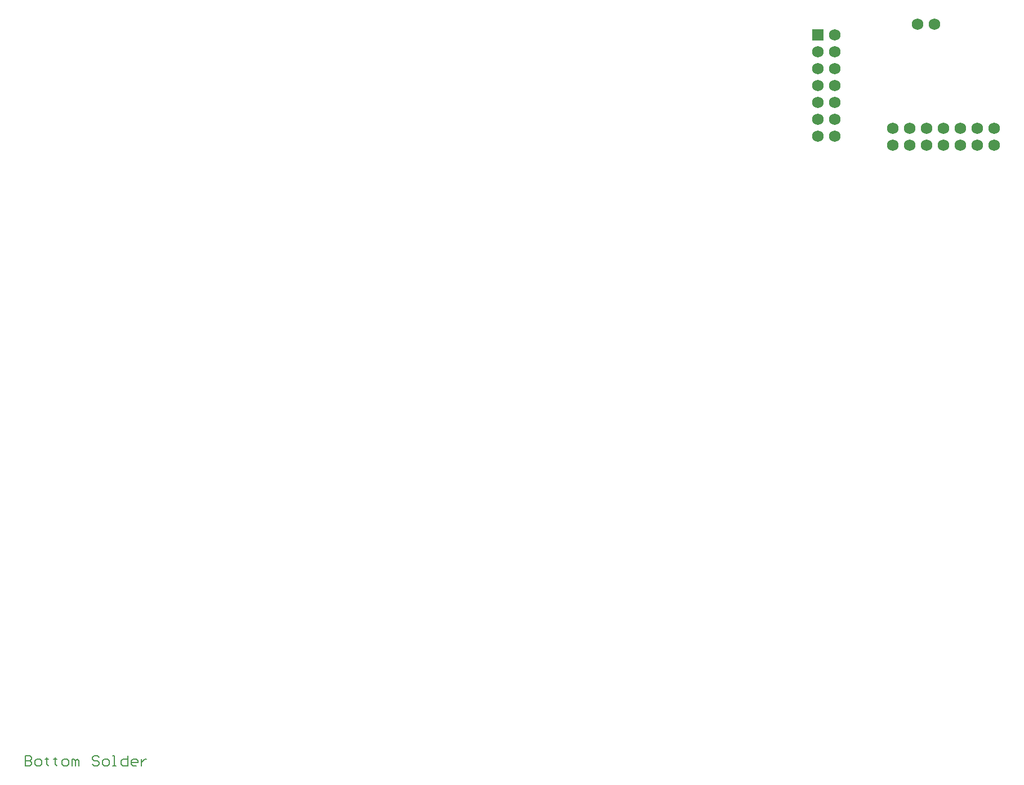
<source format=gbs>
%FSLAX25Y25*%
%MOIN*%
G70*
G01*
G75*
G04 Layer_Color=16711935*
%ADD10R,0.04803X0.03602*%
%ADD11R,0.03740X0.03937*%
%ADD12R,0.03937X0.03740*%
%ADD13O,0.02362X0.05500*%
%ADD14O,0.02362X0.05709*%
%ADD15R,0.04331X0.02559*%
%ADD16R,0.02559X0.04331*%
%ADD17R,0.03800X0.04400*%
%ADD18R,0.03150X0.02362*%
%ADD19C,0.01000*%
%ADD20C,0.02000*%
%ADD21C,0.00800*%
%ADD22C,0.05906*%
%ADD23R,0.05906X0.05906*%
%ADD24C,0.03400*%
%ADD25C,0.00787*%
%ADD26C,0.00700*%
%ADD27C,0.00200*%
%ADD28C,0.00050*%
%ADD29C,0.00500*%
%ADD30R,0.09200X0.02000*%
%ADD31R,0.05203X0.04002*%
%ADD32R,0.04140X0.04337*%
%ADD33R,0.04337X0.04140*%
%ADD34O,0.02762X0.05900*%
%ADD35O,0.02762X0.06109*%
%ADD36R,0.04731X0.02959*%
%ADD37R,0.02959X0.04731*%
%ADD38R,0.04200X0.04800*%
%ADD39R,0.03550X0.02762*%
%ADD40C,0.06906*%
%ADD41R,0.06906X0.06906*%
D21*
X-443410Y-348755D02*
Y-354753D01*
X-440411D01*
X-439411Y-353754D01*
Y-352754D01*
X-440411Y-351754D01*
X-443410D01*
X-440411D01*
X-439411Y-350755D01*
Y-349755D01*
X-440411Y-348755D01*
X-443410D01*
X-436412Y-354753D02*
X-434413D01*
X-433413Y-353754D01*
Y-351754D01*
X-434413Y-350755D01*
X-436412D01*
X-437412Y-351754D01*
Y-353754D01*
X-436412Y-354753D01*
X-430414Y-349755D02*
Y-350755D01*
X-431414D01*
X-429414D01*
X-430414D01*
Y-353754D01*
X-429414Y-354753D01*
X-425416Y-349755D02*
Y-350755D01*
X-426415D01*
X-424416D01*
X-425416D01*
Y-353754D01*
X-424416Y-354753D01*
X-420417D02*
X-418418D01*
X-417418Y-353754D01*
Y-351754D01*
X-418418Y-350755D01*
X-420417D01*
X-421417Y-351754D01*
Y-353754D01*
X-420417Y-354753D01*
X-415419D02*
Y-350755D01*
X-414419D01*
X-413419Y-351754D01*
Y-354753D01*
Y-351754D01*
X-412420Y-350755D01*
X-411420Y-351754D01*
Y-354753D01*
X-399424Y-349755D02*
X-400424Y-348755D01*
X-402423D01*
X-403423Y-349755D01*
Y-350755D01*
X-402423Y-351754D01*
X-400424D01*
X-399424Y-352754D01*
Y-353754D01*
X-400424Y-354753D01*
X-402423D01*
X-403423Y-353754D01*
X-396425Y-354753D02*
X-394426D01*
X-393426Y-353754D01*
Y-351754D01*
X-394426Y-350755D01*
X-396425D01*
X-397425Y-351754D01*
Y-353754D01*
X-396425Y-354753D01*
X-391427D02*
X-389427D01*
X-390427D01*
Y-348755D01*
X-391427D01*
X-382430D02*
Y-354753D01*
X-385429D01*
X-386428Y-353754D01*
Y-351754D01*
X-385429Y-350755D01*
X-382430D01*
X-377431Y-354753D02*
X-379431D01*
X-380430Y-353754D01*
Y-351754D01*
X-379431Y-350755D01*
X-377431D01*
X-376431Y-351754D01*
Y-352754D01*
X-380430D01*
X-374432Y-350755D02*
Y-354753D01*
Y-352754D01*
X-373432Y-351754D01*
X-372433Y-350755D01*
X-371433D01*
D40*
X130000Y22800D02*
D03*
Y12800D02*
D03*
X120000Y22800D02*
D03*
Y12800D02*
D03*
X110000Y22800D02*
D03*
Y12800D02*
D03*
X100000Y22800D02*
D03*
Y12800D02*
D03*
X90000Y22800D02*
D03*
Y12800D02*
D03*
X80000Y22800D02*
D03*
Y12800D02*
D03*
X70000Y22800D02*
D03*
Y12800D02*
D03*
X84600Y84300D02*
D03*
X94600D02*
D03*
X35890Y78095D02*
D03*
X25890Y68095D02*
D03*
X35890D02*
D03*
X25890Y58095D02*
D03*
X35890D02*
D03*
X25890Y48095D02*
D03*
X35890D02*
D03*
X25890Y38095D02*
D03*
X35890D02*
D03*
X25890Y28095D02*
D03*
X35890D02*
D03*
X25890Y18095D02*
D03*
X35890D02*
D03*
D41*
X25890Y78095D02*
D03*
M02*

</source>
